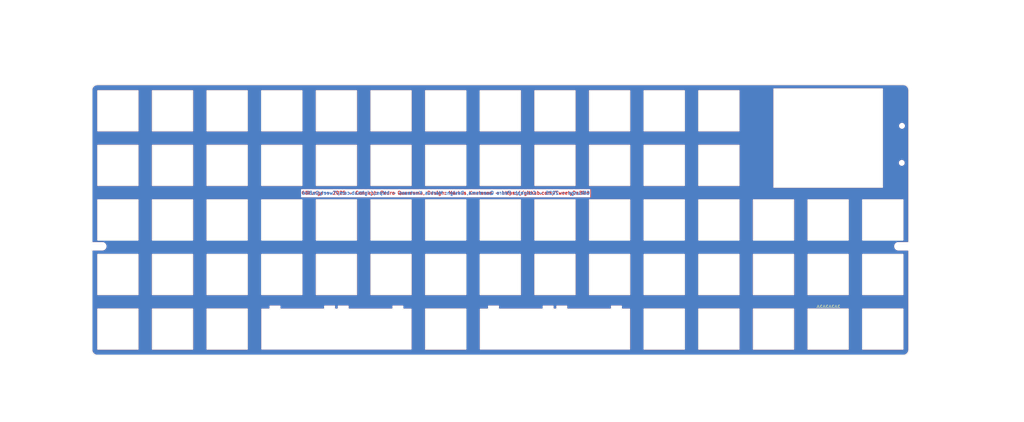
<source format=kicad_pcb>
(kicad_pcb (version 20241229) (generator "pcbnew") (generator_version "9.0")
  (title_block (title "Gökunge - Plate") (date "2025-06-26") (rev "v1.00") (company "Tweety's Wild Thinking") (comment 1 "Markus Knutsson <markus.knutsson@tweety.se>") (comment 2 "https://github.com/TweetyDaBird") (comment 3 "Licensed under Creative Commons Attribution-ShareAlike 4.0 International"))
  (layers (0 "F.Cu" signal) (2 "B.Cu" signal) (13 "F.Paste" user) (15 "B.Paste" user) (5 "F.SilkS" user "F.Silkscreen") (7 "B.SilkS" user "B.Silkscreen") (1 "F.Mask" user) (3 "B.Mask" user) (25 "Edge.Cuts" user))
  (net 0 "")
  (net 1 "Earth_Protective")
  (footprint "Keyboard_Plate:SW_MX_Plate_Placeholder_nodrill_NOBORDER_13,9" (layer "F.Cu") (at 204.768 76.194)
    (property "Reference" "SW9" (hide yes))
    (property "Value" "SW_MX_HotSwap" (hide yes))
    (fp_line (start -6.95 -6.95) (end -6.95 6.95) (stroke (width 0.1)) (layer "Edge.Cuts"))
    (fp_line (start -6.95 6.95) (end 6.95 6.95) (stroke (width 0.1)) (layer "Edge.Cuts"))
    (fp_line (start 6.95 -6.95) (end -6.95 -6.95) (stroke (width 0.1)) (layer "Edge.Cuts"))
    (fp_line (start 6.95 6.95) (end 6.95 -6.95) (stroke (width 0.1)) (layer "Edge.Cuts"))
  )
  (footprint "Keyboard_Plate:SW_MX_Plate_Placeholder_nodrill_NOBORDER_13,9" (layer "F.Cu") (at 166.668 76.194)
    (property "Reference" "SW7" (hide yes))
    (property "Value" "SW_MX_HotSwap" (hide yes))
    (fp_line (start -6.95 -6.95) (end -6.95 6.95) (stroke (width 0.1)) (layer "Edge.Cuts"))
    (fp_line (start -6.95 6.95) (end 6.95 6.95) (stroke (width 0.1)) (layer "Edge.Cuts"))
    (fp_line (start 6.95 -6.95) (end -6.95 -6.95) (stroke (width 0.1)) (layer "Edge.Cuts"))
    (fp_line (start 6.95 6.95) (end 6.95 -6.95) (stroke (width 0.1)) (layer "Edge.Cuts"))
  )
  (footprint "Keyboard_Plate:SW_MX_Plate_Placeholder_nodrill_NOBORDER_13,9" (layer "F.Cu") (at 52.368 95.244)
    (property "Reference" "SW13" (hide yes))
    (property "Value" "SW_MX_HotSwap" (hide yes))
    (fp_line (start -6.95 -6.95) (end -6.95 6.95) (stroke (width 0.1)) (layer "Edge.Cuts"))
    (fp_line (start -6.95 6.95) (end 6.95 6.95) (stroke (width 0.1)) (layer "Edge.Cuts"))
    (fp_line (start 6.95 -6.95) (end -6.95 -6.95) (stroke (width 0.1)) (layer "Edge.Cuts"))
    (fp_line (start 6.95 6.95) (end 6.95 -6.95) (stroke (width 0.1)) (layer "Edge.Cuts"))
  )
  (footprint "Keyboard_Plate:SW_MX_Plate_Placeholder_nodrill_NOBORDER_13,9" (layer "F.Cu") (at 242.868 114.294)
    (property "Reference" "SW35" (hide yes))
    (property "Value" "SW_MX_HotSwap" (hide yes))
    (fp_line (start -6.95 -6.95) (end -6.95 6.95) (stroke (width 0.1)) (layer "Edge.Cuts"))
    (fp_line (start -6.95 6.95) (end 6.95 6.95) (stroke (width 0.1)) (layer "Edge.Cuts"))
    (fp_line (start 6.95 -6.95) (end -6.95 -6.95) (stroke (width 0.1)) (layer "Edge.Cuts"))
    (fp_line (start 6.95 6.95) (end 6.95 -6.95) (stroke (width 0.1)) (layer "Edge.Cuts"))
  )
  (footprint "Keyboard_Plate:SW_MX_Plate_Placeholder_nodrill_NOBORDER_13,9" (layer "F.Cu") (at 300.018 152.394)
    (property "Reference" "SW68" (hide yes))
    (property "Value" "SW_MX_HotSwap" (hide yes))
    (fp_line (start -6.95 -6.95) (end -6.95 6.95) (stroke (width 0.1)) (layer "Edge.Cuts"))
    (fp_line (start -6.95 6.95) (end 6.95 6.95) (stroke (width 0.1)) (layer "Edge.Cuts"))
    (fp_line (start 6.95 -6.95) (end -6.95 -6.95) (stroke (width 0.1)) (layer "Edge.Cuts"))
    (fp_line (start 6.95 6.95) (end 6.95 -6.95) (stroke (width 0.1)) (layer "Edge.Cuts"))
  )
  (footprint "Keyboard_Plate:SW_MX_Plate_Placeholder_nodrill_NOBORDER_13,9" (layer "F.Cu") (at 52.368 152.394)
    (property "Reference" "SW55" (hide yes))
    (property "Value" "SW_MX_HotSwap" (hide yes))
    (fp_line (start -6.95 -6.95) (end -6.95 6.95) (stroke (width 0.1)) (layer "Edge.Cuts"))
    (fp_line (start -6.95 6.95) (end 6.95 6.95) (stroke (width 0.1)) (layer "Edge.Cuts"))
    (fp_line (start 6.95 -6.95) (end -6.95 -6.95) (stroke (width 0.1)) (layer "Edge.Cuts"))
    (fp_line (start 6.95 6.95) (end 6.95 -6.95) (stroke (width 0.1)) (layer "Edge.Cuts"))
  )
  (footprint "Keyboard_Plate:SW_MX_Plate_Placeholder_nodrill_NOBORDER_13,9" (layer "F.Cu") (at 204.768 95.244)
    (property "Reference" "SW21" (hide yes))
    (property "Value" "SW_MX_HotSwap" (hide yes))
    (fp_line (start -6.95 -6.95) (end -6.95 6.95) (stroke (width 0.1)) (layer "Edge.Cuts"))
    (fp_line (start -6.95 6.95) (end 6.95 6.95) (stroke (width 0.1)) (layer "Edge.Cuts"))
    (fp_line (start 6.95 -6.95) (end -6.95 -6.95) (stroke (width 0.1)) (layer "Edge.Cuts"))
    (fp_line (start 6.95 6.95) (end 6.95 -6.95) (stroke (width 0.1)) (layer "Edge.Cuts"))
  )
  (footprint "Keyboard_Plate:SW_MX_Plate_Placeholder_nodrill_NOBORDER_13,9" (layer "F.Cu") (at 261.918 95.244)
    (property "Reference" "SW24" (hide yes))
    (property "Value" "SW_MX_HotSwap" (hide yes))
    (fp_line (start -6.95 -6.95) (end -6.95 6.95) (stroke (width 0.1)) (layer "Edge.Cuts"))
    (fp_line (start -6.95 6.95) (end 6.95 6.95) (stroke (width 0.1)) (layer "Edge.Cuts"))
    (fp_line (start 6.95 -6.95) (end -6.95 -6.95) (stroke (width 0.1)) (layer "Edge.Cuts"))
    (fp_line (start 6.95 6.95) (end 6.95 -6.95) (stroke (width 0.1)) (layer "Edge.Cuts"))
  )
  (footprint "Keyboard_Plate:PKRHSL" (layer "F.Cu") (at 326.762514 123.495214)
    (property "Reference" "H2" (hide yes))
    (property "Value" "VAL**" (hide yes))
    (pad "" np_thru_hole oval (at 0 0) (size 7.00024 2.49936) (drill oval 7.00024 2.49936) (layers "*.Cu" "*.Mask"))
  )
  (footprint "Keyboard_Plate:SW_MX_Plate_Placeholder_nodrill_NOBORDER_13,9" (layer "F.Cu") (at 71.418 95.244)
    (property "Reference" "SW14" (hide yes))
    (property "Value" "SW_MX_HotSwap" (hide yes))
    (fp_line (start -6.95 -6.95) (end -6.95 6.95) (stroke (width 0.1)) (layer "Edge.Cuts"))
    (fp_line (start -6.95 6.95) (end 6.95 6.95) (stroke (width 0.1)) (layer "Edge.Cuts"))
    (fp_line (start 6.95 -6.95) (end -6.95 -6.95) (stroke (width 0.1)) (layer "Edge.Cuts"))
    (fp_line (start 6.95 6.95) (end 6.95 -6.95) (stroke (width 0.1)) (layer "Edge.Cuts"))
  )
  (footprint "Keyboard_Plate:SW_MX_Plate_Placeholder_nodrill_NOBORDER_13,9" (layer "F.Cu") (at 147.618 133.344)
    (property "Reference" "SW45" (hide yes))
    (property "Value" "SW_MX_HotSwap" (hide yes))
    (fp_line (start -6.95 -6.95) (end -6.95 6.95) (stroke (width 0.1)) (layer "Edge.Cuts"))
    (fp_line (start -6.95 6.95) (end 6.95 6.95) (stroke (width 0.1)) (layer "Edge.Cuts"))
    (fp_line (start 6.95 -6.95) (end -6.95 -6.95) (stroke (width 0.1)) (layer "Edge.Cuts"))
    (fp_line (start 6.95 6.95) (end 6.95 -6.95) (stroke (width 0.1)) (layer "Edge.Cuts"))
  )
  (footprint "Keyboard_Plate:SW_MX_Plate_Placeholder_nodrill_NOBORDER_13,9" (layer "F.Cu") (at 71.418 133.344)
    (property "Reference" "SW41" (hide yes))
    (property "Value" "SW_MX_HotSwap" (hide yes))
    (fp_line (start -6.95 -6.95) (end -6.95 6.95) (stroke (width 0.1)) (layer "Edge.Cuts"))
    (fp_line (start -6.95 6.95) (end 6.95 6.95) (stroke (width 0.1)) (layer "Edge.Cuts"))
    (fp_line (start 6.95 -6.95) (end -6.95 -6.95) (stroke (width 0.1)) (layer "Edge.Cuts"))
    (fp_line (start 6.95 6.95) (end 6.95 -6.95) (stroke (width 0.1)) (layer "Edge.Cuts"))
  )
  (footprint "Keyboard_Plate:SW_MX_Plate_Placeholder_nodrill_NOBORDER_13,9" (layer "F.Cu") (at 223.818 76.194)
    (property "Reference" "SW10" (hide yes))
    (property "Value" "SW_MX_HotSwap" (hide yes))
    (fp_line (start -6.95 -6.95) (end -6.95 6.95) (stroke (width 0.1)) (layer "Edge.Cuts"))
    (fp_line (start -6.95 6.95) (end 6.95 6.95) (stroke (width 0.1)) (layer "Edge.Cuts"))
    (fp_line (start 6.95 -6.95) (end -6.95 -6.95) (stroke (width 0.1)) (layer "Edge.Cuts"))
    (fp_line (start 6.95 6.95) (end 6.95 -6.95) (stroke (width 0.1)) (layer "Edge.Cuts"))
  )
  (footprint "Keyboard_Plate:SW_MX_Plate_Placeholder_nodrill_NOBORDER_13,9" (layer "F.Cu") (at 71.418 152.394)
    (property "Reference" "SW56" (hide yes))
    (property "Value" "SW_MX_HotSwap" (hide yes))
    (fp_line (start -6.95 -6.95) (end -6.95 6.95) (stroke (width 0.1)) (layer "Edge.Cuts"))
    (fp_line (start -6.95 6.95) (end 6.95 6.95) (stroke (width 0.1)) (layer "Edge.Cuts"))
    (fp_line (start 6.95 -6.95) (end -6.95 -6.95) (stroke (width 0.1)) (layer "Edge.Cuts"))
    (fp_line (start 6.95 6.95) (end 6.95 -6.95) (stroke (width 0.1)) (layer "Edge.Cuts"))
  )
  (footprint "Keyboard_Plate:SW_MX_Plate_Placeholder_nodrill_NOBORDER_13,9" (layer "F.Cu") (at 280.968 152.394)
    (property "Reference" "SW67" (hide yes))
    (property "Value" "SW_MX_HotSwap" (hide yes))
    (fp_line (start -6.95 -6.95) (end -6.95 6.95) (stroke (width 0.1)) (layer "Edge.Cuts"))
    (fp_line (start -6.95 6.95) (end 6.95 6.95) (stroke (width 0.1)) (layer "Edge.Cuts"))
    (fp_line (start 6.95 -6.95) (end -6.95 -6.95) (stroke (width 0.1)) (layer "Edge.Cuts"))
    (fp_line (start 6.95 6.95) (end 6.95 -6.95) (stroke (width 0.1)) (layer "Edge.Cuts"))
  )
  (footprint "Keyboard_Plate:SW_MX_Plate_Placeholder_nodrill_NOBORDER_13,9" (layer "F.Cu") (at 185.718 133.344)
    (property "Reference" "SW47" (hide yes))
    (property "Value" "SW_MX_HotSwap" (hide yes))
    (fp_line (start -6.95 -6.95) (end -6.95 6.95) (stroke (width 0.1)) (layer "Edge.Cuts"))
    (fp_line (start -6.95 6.95) (end 6.95 6.95) (stroke (width 0.1)) (layer "Edge.Cuts"))
    (fp_line (start 6.95 -6.95) (end -6.95 -6.95) (stroke (width 0.1)) (layer "Edge.Cuts"))
    (fp_line (start 6.95 6.95) (end 6.95 -6.95) (stroke (width 0.1)) (layer "Edge.Cuts"))
  )
  (footprint "Keyboard_Plate:SW_MX_Plate_Placeholder_nodrill_NOBORDER_13,9" (layer "F.Cu") (at 90.468 114.294)
    (property "Reference" "SW27" (hide yes))
    (property "Value" "SW_MX_HotSwap" (hide yes))
    (fp_line (start -6.95 -6.95) (end -6.95 6.95) (stroke (width 0.1)) (layer "Edge.Cuts"))
    (fp_line (start -6.95 6.95) (end 6.95 6.95) (stroke (width 0.1)) (layer "Edge.Cuts"))
    (fp_line (start 6.95 -6.95) (end -6.95 -6.95) (stroke (width 0.1)) (layer "Edge.Cuts"))
    (fp_line (start 6.95 6.95) (end 6.95 -6.95) (stroke (width 0.1)) (layer "Edge.Cuts"))
  )
  (footprint "Keyboard_Plate:SW_MX_Plate_Placeholder_nodrill_NOBORDER_13,9" (layer "F.Cu") (at 90.468 76.194)
    (property "Reference" "SW3" (hide yes))
    (property "Value" "SW_MX_HotSwap" (hide yes))
    (fp_line (start -6.95 -6.95) (end -6.95 6.95) (stroke (width 0.1)) (layer "Edge.Cuts"))
    (fp_line (start -6.95 6.95) (end 6.95 6.95) (stroke (width 0.1)) (layer "Edge.Cuts"))
    (fp_line (start 6.95 -6.95) (end -6.95 -6.95) (stroke (width 0.1)) (layer "Edge.Cuts"))
    (fp_line (start 6.95 6.95) (end 6.95 -6.95) (stroke (width 0.1)) (layer "Edge.Cuts"))
  )
  (footprint "Keyboard_Plate:SW_MX_Plate_Placeholder_nodrill_NOBORDER_13,9" (layer "F.Cu") (at 204.768 133.344)
    (property "Reference" "SW48" (hide yes))
    (property "Value" "SW_MX_HotSwap" (hide yes))
    (fp_line (start -6.95 -6.95) (end -6.95 6.95) (stroke (width 0.1)) (layer "Edge.Cuts"))
    (fp_line (start -6.95 6.95) (end 6.95 6.95) (stroke (width 0.1)) (layer "Edge.Cuts"))
    (fp_line (start 6.95 -6.95) (end -6.95 -6.95) (stroke (width 0.1)) (layer "Edge.Cuts"))
    (fp_line (start 6.95 6.95) (end 6.95 -6.95) (stroke (width 0.1)) (layer "Edge.Cuts"))
  )
  (footprint "Keyboard_Plate:SW_MX_Plate_Placeholder_nodrill_NOBORDER_13,9" (layer "F.Cu") (at 147.618 114.294)
    (property "Reference" "SW30" (hide yes))
    (property "Value" "SW_MX_HotSwap" (hide yes))
    (fp_line (start -6.95 -6.95) (end -6.95 6.95) (stroke (width 0.1)) (layer "Edge.Cuts"))
    (fp_line (start -6.95 6.95) (end 6.95 6.95) (stroke (width 0.1)) (layer "Edge.Cuts"))
    (fp_line (start 6.95 -6.95) (end -6.95 -6.95) (stroke (width 0.1)) (layer "Edge.Cuts"))
    (fp_line (start 6.95 6.95) (end 6.95 -6.95) (stroke (width 0.1)) (layer "Edge.Cuts"))
  )
  (footprint "Keyboard_Plate:SW_MX_Plate_Placeholder_nodrill_NOBORDER_13,9" (layer "F.Cu") (at 242.868 76.194)
    (property "Reference" "SW11" (hide yes))
    (property "Value" "SW_MX_HotSwap" (hide yes))
    (fp_line (start -6.95 -6.95) (end -6.95 6.95) (stroke (width 0.1)) (layer "Edge.Cuts"))
    (fp_line (start -6.95 6.95) (end 6.95 6.95) (stroke (width 0.1)) (layer "Edge.Cuts"))
    (fp_line (start 6.95 -6.95) (end -6.95 -6.95) (stroke (width 0.1)) (layer "Edge.Cuts"))
    (fp_line (start 6.95 6.95) (end 6.95 -6.95) (stroke (width 0.1)) (layer "Edge.Cuts"))
  )
  (footprint "Keyboard_Plate:SW_MX_Plate_Placeholder_nodrill_NOBORDER_13,9" (layer "F.Cu") (at 223.818 114.294)
    (property "Reference" "SW34" (hide yes))
    (property "Value" "SW_MX_HotSwap" (hide yes))
    (fp_line (start -6.95 -6.95) (end -6.95 6.95) (stroke (width 0.1)) (layer "Edge.Cuts"))
    (fp_line (start -6.95 6.95) (end 6.95 6.95) (stroke (width 0.1)) (layer "Edge.Cuts"))
    (fp_line (start 6.95 -6.95) (end -6.95 -6.95) (stroke (width 0.1)) (layer "Edge.Cuts"))
    (fp_line (start 6.95 6.95) (end 6.95 -6.95) (stroke (width 0.1)) (layer "Edge.Cuts"))
  )
  (footprint "Keyboard_Plate:SW_MX_Plate_Placeholder_nodrill_NOBORDER_13,9" (layer "F.Cu") (at 52.368 114.294)
    (property "Reference" "SW25" (hide yes))
    (property "Value" "SW_MX_HotSwap" (hide yes))
    (fp_line (start -6.95 -6.95) (end -6.95 6.95) (stroke (width 0.1)) (layer "Edge.Cuts"))
    (fp_line (start -6.95 6.95) (end 6.95 6.95) (stroke (width 0.1)) (layer "Edge.Cuts"))
    (fp_line (start 6.95 -6.95) (end -6.95 -6.95) (stroke (width 0.1)) (layer "Edge.Cuts"))
    (fp_line (start 6.95 6.95) (end 6.95 -6.95) (stroke (width 0.1)) (layer "Edge.Cuts"))
  )
  (footprint "Keyboard_Plate:SW_MX_Plate_Placeholder_nodrill_NOBORDER_13,9" (layer "F.Cu") (at 319.068 152.394)
    (property "Reference" "SW69" (hide yes))
    (property "Value" "SW_MX_HotSwap" (hide yes))
    (fp_line (start -6.95 -6.95) (end -6.95 6.95) (stroke (width 0.1)) (layer "Edge.Cuts"))
    (fp_line (start -6.95 6.95) (end 6.95 6.95) (stroke (width 0.1)) (layer "Edge.Cuts"))
    (fp_line (start 6.95 -6.95) (end -6.95 -6.95) (stroke (width 0.1)) (layer "Edge.Cuts"))
    (fp_line (start 6.95 6.95) (end 6.95 -6.95) (stroke (width 0.1)) (layer "Edge.Cuts"))
  )
  (footprint "Keyboard_Plate:SW_MX_Plate_Placeholder_nodrill_NOBORDER_13,9" (layer "F.Cu") (at 109.518 133.344)
    (property "Reference" "SW43" (hide yes))
    (property "Value" "SW_MX_HotSwap" (hide yes))
    (fp_line (start -6.95 -6.95) (end -6.95 6.95) (stroke (width 0.1)) (layer "Edge.Cuts"))
    (fp_line (start -6.95 6.95) (end 6.95 6.95) (stroke (width 0.1)) (layer "Edge.Cuts"))
    (fp_line (start 6.95 -6.95) (end -6.95 -6.95) (stroke (width 0.1)) (layer "Edge.Cuts"))
    (fp_line (start 6.95 6.95) (end 6.95 -6.95) (stroke (width 0.1)) (layer "Edge.Cuts"))
  )
  (footprint "Keyboard_Plate:SW_MX_Plate_Placeholder_nodrill_NOBORDER_13,9" (layer "F.Cu") (at 166.668 133.344)
    (property "Reference" "SW46" (hide yes))
    (property "Value" "SW_MX_HotSwap" (hide yes))
    (fp_line (start -6.95 -6.95) (end -6.95 6.95) (stroke (width 0.1)) (layer "Edge.Cuts"))
    (fp_line (start -6.95 6.95) (end 6.95 6.95) (stroke (width 0.1)) (layer "Edge.Cuts"))
    (fp_line (start 6.95 -6.95) (end -6.95 -6.95) (stroke (width 0.1)) (layer "Edge.Cuts"))
    (fp_line (start 6.95 6.95) (end 6.95 -6.95) (stroke (width 0.1)) (layer "Edge.Cuts"))
  )
  (footprint "Keyboard_Plate:SW_MX_Plate_Placeholder_nodrill_NOBORDER_13,9" (layer "F.Cu") (at 90.468 152.394)
    (property "Reference" "SW57" (hide yes))
    (property "Value" "SW_MX_HotSwap" (hide yes))
    (fp_line (start -6.95 -6.95) (end -6.95 6.95) (stroke (width 0.1)) (layer "Edge.Cuts"))
    (fp_line (start -6.95 6.95) (end 6.95 6.95) (stroke (width 0.1)) (layer "Edge.Cuts"))
    (fp_line (start 6.95 -6.95) (end -6.95 -6.95) (stroke (width 0.1)) (layer "Edge.Cuts"))
    (fp_line (start 6.95 6.95) (end 6.95 -6.95) (stroke (width 0.1)) (layer "Edge.Cuts"))
  )
  (footprint "Keyboard_Plate:SW_MX_Plate_Placeholder_nodrill_NOBORDER_13,9" (layer "F.Cu") (at 319.068 133.344)
    (property "Reference" "SW54" (hide yes))
    (property "Value" "SW_MX_HotSwap" (hide yes))
    (fp_line (start -6.95 -6.95) (end -6.95 6.95) (stroke (width 0.1)) (layer "Edge.Cuts"))
    (fp_line (start -6.95 6.95) (end 6.95 6.95) (stroke (width 0.1)) (layer "Edge.Cuts"))
    (fp_line (start 6.95 -6.95) (end -6.95 -6.95) (stroke (width 0.1)) (layer "Edge.Cuts"))
    (fp_line (start 6.95 6.95) (end 6.95 -6.95) (stroke (width 0.1)) (layer "Edge.Cuts"))
  )
  (footprint "Keyboard_Plate:SW_MX_Plate_Placeholder_nodrill_NOBORDER_13,9" (layer "F.Cu") (at 128.568 95.244)
    (property "Reference" "SW17" (hide yes))
    (property "Value" "SW_MX_HotSwap" (hide yes))
    (fp_line (start -6.95 -6.95) (end -6.95 6.95) (stroke (width 0.1)) (layer "Edge.Cuts"))
    (fp_line (start -6.95 6.95) (end 6.95 6.95) (stroke (width 0.1)) (layer "Edge.Cuts"))
    (fp_line (start 6.95 -6.95) (end -6.95 -6.95) (stroke (width 0.1)) (layer "Edge.Cuts"))
    (fp_line (start 6.95 6.95) (end 6.95 -6.95) (stroke (width 0.1)) (layer "Edge.Cuts"))
  )
  (footprint "Keyboard_Plate:SW_MX_Plate_Placeholder_nodrill_NOBORDER_13,9" (layer "F.Cu") (at 71.418 114.294)
    (property "Reference" "SW26" (hide yes))
    (property "Value" "SW_MX_HotSwap" (hide yes))
    (fp_line (start -6.95 -6.95) (end -6.95 6.95) (stroke (width 0.1)) (layer "Edge.Cuts"))
    (fp_line (start -6.95 6.95) (end 6.95 6.95) (stroke (width 0.1)) (layer "Edge.Cuts"))
    (fp_line (start 6.95 -6.95) (end -6.95 -6.95) (stroke (width 0.1)) (layer "Edge.Cuts"))
    (fp_line (start 6.95 6.95) (end 6.95 -6.95) (stroke (width 0.1)) (layer "Edge.Cuts"))
  )
  (footprint "Keyboard_Plate:SW_MX_Plate_Placeholder_nodrill_NOBORDER_13,9" (layer "F.Cu") (at 166.668 114.294)
    (property "Reference" "SW31" (hide yes))
    (property "Value" "SW_MX_HotSwap" (hide yes))
    (fp_line (start -6.95 -6.95) (end -6.95 6.95) (stroke (width 0.1)) (layer "Edge.Cuts"))
    (fp_line (start -6.95 6.95) (end 6.95 6.95) (stroke (width 0.1)) (layer "Edge.Cuts"))
    (fp_line (start 6.95 -6.95) (end -6.95 -6.95) (stroke (width 0.1)) (layer "Edge.Cuts"))
    (fp_line (start 6.95 6.95) (end 6.95 -6.95) (stroke (width 0.1)) (layer "Edge.Cuts"))
  )
  (footprint "Keyboard_Plate:SW_MX_Plate_Placeholder_nodrill_NOBORDER_13,9" (layer "F.Cu") (at 90.468 133.344)
    (property "Reference" "SW42" (hide yes))
    (property "Value" "SW_MX_HotSwap" (hide yes))
    (fp_line (start -6.95 -6.95) (end -6.95 6.95) (stroke (width 0.1)) (layer "Edge.Cuts"))
    (fp_line (start -6.95 6.95) (end 6.95 6.95) (stroke (width 0.1)) (layer "Edge.Cuts"))
    (fp_line (start 6.95 -6.95) (end -6.95 -6.95) (stroke (width 0.1)) (layer "Edge.Cuts"))
    (fp_line (start 6.95 6.95) (end 6.95 -6.95) (stroke (width 0.1)) (layer "Edge.Cuts"))
  )
  (footprint "Keyboard_Plate:SW_MX_Plate_Placeholder_nodrill_NOBORDER_13,9" (layer "F.Cu") (at 52.368 76.194 180)
    (property "Reference" "SW1" (hide yes))
    (property "Value" "Rotary_Encoder_Click_experiment" (hide yes))
    (fp_line (start 6.95 6.95) (end 6.95 -6.95) (stroke (width 0.1)) (layer "Edge.Cuts"))
    (fp_line (start 6.95 -6.95) (end -6.95 -6.95) (stroke (width 0.1)) (layer "Edge.Cuts"))
    (fp_line (start -6.95 6.95) (end 6.95 6.95) (stroke (width 0.1)) (layer "Edge.Cuts"))
    (fp_line (start -6.95 -6.95) (end -6.95 6.95) (stroke (width 0.1)) (layer "Edge.Cuts"))
  )
  (footprint "Keyboard_Plate:SW_MX_Plate_Placeholder_nodrill_NOBORDER_13,9" (layer "F.Cu") (at 242.868 95.244)
    (property "Reference" "SW23" (hide yes))
    (property "Value" "SW_MX_HotSwap" (hide yes))
    (fp_line (start -6.95 -6.95) (end -6.95 6.95) (stroke (width 0.1)) (layer "Edge.Cuts"))
    (fp_line (start -6.95 6.95) (end 6.95 6.95) (stroke (width 0.1)) (layer "Edge.Cuts"))
    (fp_line (start 6.95 -6.95) (end -6.95 -6.95) (stroke (width 0.1)) (layer "Edge.Cuts"))
    (fp_line (start 6.95 6.95) (end 6.95 -6.95) (stroke (width 0.1)) (layer "Edge.Cuts"))
  )
  (footprint "Keyboard_Plate:PKRHSL" (layer "F.Cu") (at 44.680214 123.495214)
    (property "Reference" "H1" (hide yes))
    (property "Value" "VAL**" (hide yes))
    (pad "" np_thru_hole oval (at 0 0) (size 7.00024 2.49936) (drill oval 7.00024 2.49936) (layers "*.Cu" "*.Mask"))
  )
  (footprint "Keyboard_Plate:SW_MX_Plate_Placeholder_nodrill_NOBORDER_13,9" (layer "F.Cu") (at 128.568 76.194)
    (property "Reference" "SW5" (hide yes))
    (property "Value" "SW_MX_HotSwap" (hide yes))
    (fp_line (start -6.95 -6.95) (end -6.95 6.95) (stroke (width 0.1)) (layer "Edge.Cuts"))
    (fp_line (start -6.95 6.95) (end 6.95 6.95) (stroke (width 0.1)) (layer "Edge.Cuts"))
    (fp_line (start 6.95 -6.95) (end -6.95 -6.95) (stroke (width 0.1)) (layer "Edge.Cuts"))
    (fp_line (start 6.95 6.95) (end 6.95 -6.95) (stroke (width 0.1)) (layer "Edge.Cuts"))
  )
  (footprint "Keyboard_Plate:SW_MX_Plate_Placeholder_nodrill_NOBORDER_13,9" (layer "F.Cu") (at 204.768 114.294)
    (property "Reference" "SW33" (hide yes))
    (property "Value" "SW_MX_HotSwap" (hide yes))
    (fp_line (start -6.95 -6.95) (end -6.95 6.95) (stroke (width 0.1)) (layer "Edge.Cuts"))
    (fp_line (start -6.95 6.95) (end 6.95 6.95) (stroke (width 0.1)) (layer "Edge.Cuts"))
    (fp_line (start 6.95 -6.95) (end -6.95 -6.95) (stroke (width 0.1)) (layer "Edge.Cuts"))
    (fp_line (start 6.95 6.95) (end 6.95 -6.95) (stroke (width 0.1)) (layer "Edge.Cuts"))
  )
  (footprint "Keyboard_Plate:SW_MX_Plate_Placeholder_nodrill_NOBORDER_13,9" (layer "F.Cu") (at 166.668 152.394)
    (property "Reference" "SW61" (hide yes))
    (property "Value" "SW_MX_HotSwap" (hide yes))
    (fp_line (start -6.95 -6.95) (end -6.95 6.95) (stroke (width 0.1)) (layer "Edge.Cuts"))
    (fp_line (start -6.95 6.95) (end 6.95 6.95) (stroke (width 0.1)) (layer "Edge.Cuts"))
    (fp_line (start 6.95 -6.95) (end -6.95 -6.95) (stroke (width 0.1)) (layer "Edge.Cuts"))
    (fp_line (start 6.95 6.95) (end 6.95 -6.95) (stroke (width 0.1)) (layer "Edge.Cuts"))
  )
  (footprint "Keyboard_Plate:SW_MX_Plate_Placeholder_nodrill_NOBORDER_13,9" (layer "F.Cu") (at 147.618 95.244)
    (property "Reference" "SW18" (hide yes))
    (property "Value" "SW_MX_HotSwap" (hide yes))
    (fp_line (start -6.95 -6.95) (end -6.95 6.95) (stroke (width 0.1)) (layer "Edge.Cuts"))
    (fp_line (start -6.95 6.95) (end 6.95 6.95) (stroke (width 0.1)) (layer "Edge.Cuts"))
    (fp_line (start 6.95 -6.95) (end -6.95 -6.95) (stroke (width 0.1)) (layer "Edge.Cuts"))
    (fp_line (start 6.95 6.95) (end 6.95 -6.95) (stroke (width 0.1)) (layer "Edge.Cuts"))
  )
  (footprint "Keyboard_Plate:SW_MX_Plate_Placeholder_nodrill_NOBORDER_13,9" (layer "F.Cu") (at 242.868 133.344)
    (property "Reference" "SW50" (hide yes))
    (property "Value" "SW_MX_HotSwap" (hide yes))
    (fp_line (start -6.95 -6.95) (end -6.95 6.95) (stroke (width 0.1)) (layer "Edge.Cuts"))
    (fp_line (start -6.95 6.95) (end 6.95 6.95) (stroke (width 0.1)) (layer "Edge.Cuts"))
    (fp_line (start 6.95 -6.95) (end -6.95 -6.95) (stroke (width 0.1)) (layer "Edge.Cuts"))
    (fp_line (start 6.95 6.95) (end 6.95 -6.95) (stroke (width 0.1)) (layer "Edge.Cuts"))
  )
  (footprint "Keyboard_Plate:SW_MX_Plate_Placeholder_nodrill_NOBORDER_13,9" (layer "F.Cu") (at 71.418 76.194 180)
    (property "Reference" "SW2" (hide yes))
    (property "Value" "SW_MX_HotSwap" (hide yes))
    (fp_line (start 6.95 6.95) (end 6.95 -6.95) (stroke (width 0.1)) (layer "Edge.Cuts"))
    (fp_line (start 6.95 -6.95) (end -6.95 -6.95) (stroke (width 0.1)) (layer "Edge.Cuts"))
    (fp_line (start -6.95 6.95) (end 6.95 6.95) (stroke (width 0.1)) (layer "Edge.Cuts"))
    (fp_line (start -6.95 -6.95) (end -6.95 6.95) (stroke (width 0.1)) (layer "Edge.Cuts"))
  )
  (footprint "Keyboard_Plate:SW_MX_Plate_Placeholder_nodrill_NOBORDER_13,9" (layer "F.Cu") (at 300.018 133.344)
    (property "Reference" "SW53" (hide yes))
    (property "Value" "SW_MX_HotSwap" (hide yes))
    (fp_line (start -6.95 -6.95) (end -6.95 6.95) (stroke (width 0.1)) (layer "Edge.Cuts"))
    (fp_line (start -6.95 6.95) (end 6.95 6.95) (stroke (width 0.1)) (layer "Edge.Cuts"))
    (fp_line (start 6.95 -6.95) (end -6.95 -6.95) (stroke (width 0.1)) (layer "Edge.Cuts"))
    (fp_line (start 6.95 6.95) (end 6.95 -6.95) (stroke (width 0.1)) (layer "Edge.Cuts"))
  )
  (footprint "Keyboard_Plate:SW_MX_Plate_Placeholder_nodrill_NOBORDER_13,9" (layer "F.Cu") (at 109.518 114.294)
    (property "Reference" "SW28" (hide yes))
    (property "Value" "SW_MX_HotSwap" (hide yes))
    (fp_line (start -6.95 -6.95) (end -6.95 6.95) (stroke (width 0.1)) (layer "Edge.Cuts"))
    (fp_line (start -6.95 6.95) (end 6.95 6.95) (stroke (width 0.1)) (layer "Edge.Cuts"))
    (fp_line (start 6.95 -6.95) (end -6.95 -6.95) (stroke (width 0.1)) (layer "Edge.Cuts"))
    (fp_line (start 6.95 6.95) (end 6.95 -6.95) (stroke (width 0.1)) (layer "Edge.Cuts"))
  )
  (footprint "Keyboard_Plate:SW_MX_Plate_Placeholder_nodrill_NOBORDER_13,9" (layer "F.Cu") (at 185.718 114.294)
    (property "Reference" "SW32" (hide yes))
    (property "Value" "SW_MX_HotSwap" (hide yes))
    (fp_line (start -6.95 -6.95) (end -6.95 6.95) (stroke (width 0.1)) (layer "Edge.Cuts"))
    (fp_line (start -6.95 6.95) (end 6.95 6.95) (stroke (width 0.1)) (layer "Edge.Cuts"))
    (fp_line (start 6.95 -6.95) (end -6.95 -6.95) (stroke (width 0.1)) (layer "Edge.Cuts"))
    (fp_line (start 6.95 6.95) (end 6.95 -6.95) (stroke (width 0.1)) (layer "Edge.Cuts"))
  )
  (footprint "Keyboard_Plate:SW_MX_Plate_Placeholder_nodrill_NOBORDER_13,9" (layer "F.Cu") (at 128.568 133.344)
    (property "Reference" "SW44" (hide yes))
    (property "Value" "SW_MX_HotSwap" (hide yes))
    (fp_line (start -6.95 -6.95) (end -6.95 6.95) (stroke (width 0.1)) (layer "Edge.Cuts"))
    (fp_line (start -6.95 6.95) (end 6.95 6.95) (stroke (width 0.1)) (layer "Edge.Cuts"))
    (fp_line (start 6.95 -6.95) (end -6.95 -6.95) (stroke (width 0.1)) (layer "Edge.Cuts"))
    (fp_line (start 6.95 6.95) (end 6.95 -6.95) (stroke (width 0.1)) (layer "Edge.Cuts"))
  )
  (footprint "Keyboard_Plate:SW_MX_Plate_Placeholder_nodrill_NOBORDER_13,9" (layer "F.Cu") (at 52.368 133.344)
    (property "Reference" "SW40" (hide yes))
    (property "Value" "SW_MX_HotSwap" (hide yes))
    (fp_line (start -6.95 -6.95) (end -6.95 6.95) (stroke (width 0.1)) (layer "Edge.Cuts"))
    (fp_line (start -6.95 6.95) (end 6.95 6.95) (stroke (width 0.1)) (layer "Edge.Cuts"))
    (fp_line (start 6.95 -6.95) (end -6.95 -6.95) (stroke (width 0.1)) (layer "Edge.Cuts"))
    (fp_line (start 6.95 6.95) (end 6.95 -6.95) (stroke (width 0.1)) (layer "Edge.Cuts"))
  )
  (footprint "Keyboard_Plate:SW_MX_Plate_Placeholder_nodrill_NOBORDER_13,9" (layer "F.Cu") (at 90.468 95.244)
    (property "Reference" "SW15" (hide yes))
    (property "Value" "SW_MX_HotSwap" (hide yes))
    (fp_line (start -6.95 -6.95) (end -6.95 6.95) (stroke (width 0.1)) (layer "Edge.Cuts"))
    (fp_line (start -6.95 6.95) (end 6.95 6.95) (stroke (width 0.1)) (layer "Edge.Cuts"))
    (fp_line (start 6.95 -6.95) (end -6.95 -6.95) (stroke (width 0.1)) (layer "Edge.Cuts"))
    (fp_line (start 6.95 6.95) (end 6.95 -6.95) (stroke (width 0.1)) (layer "Edge.Cuts"))
  )
  (footprint "Keyboard_Plate:SW_MX_Plate_Placeholder_nodrill_NOBORDER_13,9" (layer "F.Cu") (at 147.618 76.194)
    (property "Reference" "SW6" (hide yes))
    (property "Value" "SW_MX_HotSwap" (hide yes))
    (fp_line (start -6.95 -6.95) (end -6.95 6.95) (stroke (width 0.1)) (layer "Edge.Cuts"))
    (fp_line (start -6.95 6.95) (end 6.95 6.95) (stroke (width 0.1)) (layer "Edge.Cuts"))
    (fp_line (start 6.95 -6.95) (end -6.95 -6.95) (stroke (width 0.1)) (layer "Edge.Cuts"))
    (fp_line (start 6.95 6.95) (end 6.95 -6.95) (stroke (width 0.1)) (layer "Edge.Cuts"))
  )
  (footprint "Keyboard_Plate:SW_MX_Plate_Placeholder_nodrill_NOBORDER_13,9" (layer "F.Cu") (at 300.018 114.294)
    (property "Reference" "SW38" (hide yes))
    (property "Value" "Rotary_Encoder_Click_experiment" (hide yes))
    (fp_line (start -6.95 -6.95) (end -6.95 6.95) (stroke (width 0.1)) (layer "Edge.Cuts"))
    (fp_line (start -6.95 6.95) (end 6.95 6.95) (stroke (width 0.1)) (layer "Edge.Cuts"))
    (fp_line (start 6.95 -6.95) (end -6.95 -6.95) (stroke (width 0.1)) (layer "Edge.Cuts"))
    (fp_line (start 6.95 6.95) (end 6.95 -6.95) (stroke (width 0.1)) (layer "Edge.Cuts"))
  )
  (footprint "Keyboard_Plate:Stabilizer_Cherry_MX_2.00u_Plate_3x1u_2x2u" (layer "F.Cu") (at 128.568 152.394 180)
    (property "Reference" "SW59" (hide yes))
    (property "Value" "SW_MX_HotSwap")
    (fp_line (start 25.95 -6.9) (end 25.95 6.9) (stroke (width 0.05)) (layer "Edge.Cuts"))
    (fp_line (start 23.075 7.97) (end 23.075 6.9) (stroke (width 0.05)) (layer "Edge.Cuts"))
    (fp_line (start 23.075 6.9) (end 25.95 6.9) (stroke (width 0.05)) (layer "Edge.Cuts"))
    (fp_line (start 19.775 7.97) (end 23.075 7.97) (stroke (width 0.05)) (layer "Edge.Cuts"))
    (fp_line (start 19.775 7.97) (end 19.775 6.9) (stroke (width 0.05)) (layer "Edge.Cuts"))
    (fp_line (start 4.025 7.97) (end 4.025 6.9) (stroke (width 0.05)) (layer "Edge.Cuts"))
    (fp_line (start 4.025 6.9) (end 19.775 6.9) (stroke (width 0.05)) (layer "Edge.Cuts"))
    (fp_line (start 0.725 7.97) (end 4.025 7.97) (stroke (width 0.05)) (layer "Edge.Cuts"))
    (fp_line (start 0.725 7.97) (end 0.725 6.9) (stroke (width 0.05)) (layer "Edge.Cuts"))
    (fp_line (start -0.725 7.97) (end -0.725 6.9) (stroke (width 0.05)) (layer "Edge.Cuts"))
    (fp_line (start -0.725 7.97) (end -4.025 7.97) (stroke (width 0.05)) (layer "Edge.Cuts"))
    (fp_line (start -0.725 6.9) (end 0.725 6.9) (stroke (width 0.05)) (layer "Edge.Cuts"))
    (fp_line (start -4.025 7.97) (end -4.025 6.9) (stroke (width 0.05)) (layer "Edge.Cuts"))
    (fp_line (start -4.025 6.9) (end -19.775 6.9) (stroke (width 0.05)) (layer "Edge.Cuts"))
    (fp_line (start -19.775 7.97) (end -19.775 6.9) (stroke (width 0.05)) (layer "Edge.Cuts"))
    (fp_line (start -19.775 7.97) (end -23.075 7.97) (stroke (width 0.05)) (layer "Edge.Cuts"))
    (fp_line (start -23.075 7.97) (end -23.075 6.9) (stroke (width 0.05)) (layer "Edge.Cuts"))
    (fp_line (start -23.075 6.9) (end -25.95 6.9) (stroke (width 0.05)) (layer "Edge.Cuts"))
    (fp_line (start -25.95 -6.9) (end 25.95 -6.9) (stroke (width 0.05)) (layer "Edge.Cuts"))
    (fp_line (start -25.95 -6.9) (end -25.95 6.9) (stroke (width 0.05)) (layer "Edge.Cuts"))
  )
  (footprint "Keyboard_Plate:SW_MX_Plate_Placeholder_nodrill_NOBORDER_13,9" (layer "F.Cu") (at 185.718 95.244)
    (property "Reference" "SW20" (hide yes))
    (property "Value" "SW_MX_HotSwap" (hide yes))
    (fp_line (start -6.95 -6.95) (end -6.95 6.95) (stroke (width 0.1)) (layer "Edge.Cuts"))
    (fp_line (start -6.95 6.95) (end 6.95 6.95) (stroke (width 0.1)) (layer "Edge.Cuts"))
    (fp_line (start 6.95 -6.95) (end -6.95 -6.95) (stroke (width 0.1)) (layer "Edge.Cuts"))
    (fp_line (start 6.95 6.95) (end 6.95 -6.95) (stroke (width 0.1)) (layer "Edge.Cuts"))
  )
  (footprint "Keyboard_Plate:SW_MX_Plate_Placeholder_nodrill_NOBORDER_13,9" (layer "F.Cu") (at 242.868 152.394)
    (property "Reference" "SW65" (hide yes))
    (property "Value" "SW_MX_HotSwap" (hide yes))
    (fp_line (start -6.95 -6.95) (end -6.95 6.95) (stroke (width 0.1)) (layer "Edge.Cuts"))
    (fp_line (start -6.95 6.95) (end 6.95 6.95) (stroke (width 0.1)) (layer "Edge.Cuts"))
    (fp_line (start 6.95 -6.95) (end -6.95 -6.95) (stroke (width 0.1)) (layer "Edge.Cuts"))
    (fp_line (start 6.95 6.95) (end 6.95 -6.95) (stroke (width 0.1)) (layer "Edge.Cuts"))
  )
  (footprint "Keyboard_Plate:SW_MX_Plate_Placeholder_nodrill_NOBORDER_13,9" (layer "F.Cu") (at 280.968 114.294)
    (property "Reference" "SW37" (hide yes))
    (property "Value" "Rotary_Encoder_Click_experiment" (hide yes))
    (fp_line (start -6.95 -6.95) (end -6.95 6.95) (stroke (width 0.1)) (layer "Edge.Cuts"))
    (fp_line (start -6.95 6.95) (end 6.95 6.95) (stroke (width 0.1)) (layer "Edge.Cuts"))
    (fp_line (start 6.95 -6.95) (end -6.95 -6.95) (stroke (width 0.1)) (layer "Edge.Cuts"))
    (fp_line (start 6.95 6.95) (end 6.95 -6.95) (stroke (width 0.1)) (layer "Edge.Cuts"))
  )
  (footprint "Keyboard_Plate:Poke Hole 1,6" (layer "F.Cu") (at 325.77 81.445)
    (property "Reference" "H5" (hide yes))
    (property "Value" "MountingHole")
    (pad "" np_thru_hole circle (at 0 0) (size 1.6 1.6) (drill 1.6) (layers "*.Cu" "*.Mask"))
  )
  (footprint "Keyboard_Plate:Stabilizer_Cherry_MX_2.00u_Plate_3x1u_2x2u" (layer "F.Cu") (at 204.768 152.394 180)
    (property "Reference" "SW63" (hide yes))
    (property "Value" "SW_MX_HotSwap")
    (fp_line (start 25.95 -6.9) (end 25.95 6.9) (stroke (width 0.05)) (layer "Edge.Cuts"))
    (fp_line (start 23.075 7.97) (end 23.075 6.9) (stroke (width 0.05)) (layer "Edge.Cuts"))
    (fp_line (start 23.075 6.9) (end 25.95 6.9) (stroke (width 0.05)) (layer "Edge.Cuts"))
    (fp_line (start 19.775 7.97) (end 23.075 7.97) (stroke (width 0.05)) (layer "Edge.Cuts"))
    (fp_line (start 19.775 7.97) (end 19.775 6.9) (stroke (width 0.05)) (layer "Edge.Cuts"))
    (fp_line (start 4.025 7.97) (end 4.025 6.9) (stroke (width 0.05)) (layer "Edge.Cuts"))
    (fp_line (start 4.025 6.9) (end 19.775 6.9) (stroke (width 0.05)) (layer "Edge.Cuts"))
    (fp_line (start 0.725 7.97) (end 4.025 7.97) (stroke (width 0.05)) (layer "Edge.Cuts"))
    (fp_line (start 0.725 7.97) (end 0.725 6.9) (stroke (width 0.05)) (layer "Edge.Cuts"))
    (fp_line (start -0.725 7.97) (end -0.725 6.9) (stroke (width 0.05)) (layer "Edge.Cuts"))
    (fp_line (start -0.725 7.97) (end -4.025 7.97) (stroke (width 0.05)) (layer "Edge.Cuts"))
    (fp_line (start -0.725 6.9) (end 0.725 6.9) (stroke (width 0.05)) (layer "Edge.Cuts"))
    (fp_line (start -4.025 7.97) (end -4.025 6.9) (stroke (width 0.05)) (layer "Edge.Cuts"))
    (fp_line (start -4.025 6.9) (end -19.775 6.9) (stroke (width 0.05)) (layer "Edge.Cuts"))
    (fp_line (start -19.775 7.97) (end -19.775 6.9) (stroke (width 0.05)) (layer "Edge.Cuts"))
    (fp_line (start -19.775 7.97) (end -23.075 7.97) (stroke (width 0.05)) (layer "Edge.Cuts"))
    (fp_line (start -23.075 7.97) (end -23.075 6.9) (stroke (width 0.05)) (layer "Edge.Cuts"))
    (fp_line (start -23.075 6.9) (end -25.95 6.9) (stroke (width 0.05)) (layer "Edge.Cuts"))
    (fp_line (start -25.95 -6.9) (end 25.95 -6.9) (stroke (width 0.05)) (layer "Edge.Cuts"))
    (fp_line (start -25.95 -6.9) (end -25.95 6.9) (stroke (width 0.05)) (layer "Edge.Cuts"))
  )
  (footprint "Keyboard_Plate:SW_MX_Plate_Placeholder_nodrill_NOBORDER_13,9" (layer "F.Cu") (at 280.968 133.344)
    (property "Reference" "SW52" (hide yes))
    (property "Value" "SW_MX_HotSwap" (hide yes))
    (fp_line (start -6.95 -6.95) (end -6.95 6.95) (stroke (width 0.1)) (layer "Edge.Cuts"))
    (fp_line (start -6.95 6.95) (end 6.95 6.95) (stroke (width 0.1)) (layer "Edge.Cuts"))
    (fp_line (start 6.95 -6.95) (end -6.95 -6.95) (stroke (width 0.1)) (layer "Edge.Cuts"))
    (fp_line (start 6.95 6.95) (end 6.95 -6.95) (stroke (width 0.1)) (layer "Edge.Cuts"))
  )
  (footprint "Keyboard_Plate:SW_MX_Plate_Placeholder_nodrill_NOBORDER_13,9" (layer "F.Cu") (at 185.718 76.194)
    (property "Reference" "SW8" (hide yes))
    (property "Value" "SW_MX_HotSwap" (hide yes))
    (fp_line (start -6.95 -6.95) (end -6.95 6.95) (stroke (width 0.1)) (layer "Edge.Cuts"))
    (fp_line (start -6.95 6.95) (end 6.95 6.95) (stroke (width 0.1)) (layer "Edge.Cuts"))
    (fp_line (start 6.95 -6.95) (end -6.95 -6.95) (stroke (width 0.1)) (layer "Edge.Cuts"))
    (fp_line (start 6.95 6.95) (end 6.95 -6.95) (stroke (width 0.1)) (layer "Edge.Cuts"))
  )
  (footprint "Keyboard_Plate:SW_MX_Plate_Placeholder_nodrill_NOBORDER_13,9" (layer "F.Cu") (at 223.818 133.344)
    (property "Reference" "SW49" (hide yes))
    (property "Value" "SW_MX_HotSwap" (hide yes))
    (fp_line (start -6.95 -6.95) (end -6.95 6.95) (stroke (width 0.1)) (layer "Edge.Cuts"))
    (fp_line (start -6.95 6.95) (end 6.95 6.95) (stroke (width 0.1)) (layer "Edge.Cuts"))
    (fp_line (start 6.95 -6.95) (end -6.95 -6.95) (stroke (width 0.1)) (layer "Edge.Cuts"))
    (fp_line (start 6.95 6.95) (end 6.95 -6.95) (stroke (width 0.1)) (layer "Edge.Cuts"))
  )
  (footprint "Keyboard_Plate:SW_MX_Plate_Placeholder_nodrill_NOBORDER_13,9" (layer "F.Cu") (at 319.068 114.294)
    (property "Reference" "SW39" (hide yes))
    (property "Value" "Rotary_Encoder_Click_experiment" (hide yes))
    (fp_line (start -6.95 -6.95) (end -6.95 6.95) (stroke (width 0.1)) (layer "Edge.Cuts"))
    (fp_line (start -6.95 6.95) (end 6.95 6.95) (stroke (width 0.1)) (layer "Edge.Cuts"))
    (fp_line (start 6.95 -6.95) (end -6.95 -6.95) (stroke (width 0.1)) (layer "Edge.Cuts"))
    (fp_line (start 6.95 6.95) (end 6.95 -6.95) (stroke (width 0.1)) (layer "Edge.Cuts"))
  )
  (footprint "Keyboard_Plate:SW_MX_Plate_Placeholder_nodrill_NOBORDER_13,9" (layer "F.Cu") (at 261.918 133.344)
    (property "Reference" "SW51" (hide yes))
    (property "Value" "SW_MX_HotSwap" (hide yes))
    (fp_line (start -6.95 -6.95) (end -6.95 6.95) (stroke (width 0.1)) (layer "Edge.Cuts"))
    (fp_line (start -6.95 6.95) (end 6.95 6.95) (stroke (width 0.1)) (layer "Edge.Cuts"))
    (fp_line (start 6.95 -6.95) (end -6.95 -6.95) (stroke (width 0.1)) (layer "Edge.Cuts"))
    (fp_line (start 6.95 6.95) (end 6.95 -6.95) (stroke (width 0.1)) (layer "Edge.Cuts"))
  )
  (footprint "Keyboard_Plate:SW_MX_Plate_Placeholder_nodrill_NOBORDER_13,9" (layer "F.Cu") (at 166.668 95.244)
    (property "Reference" "SW19" (hide yes))
    (property "Value" "SW_MX_HotSwap" (hide yes))
    (fp_line (start -6.95 -6.95) (end -6.95 6.95) (stroke (width 0.1)) (layer "Edge.Cuts"))
    (fp_line (start -6.95 6.95) (end 6.95 6.95) (stroke (width 0.1)) (layer "Edge.Cuts"))
    (fp_line (start 6.95 -6.95) (end -6.95 -6.95) (stroke (width 0.1)) (layer "Edge.Cuts"))
    (fp_line (start 6.95 6.95) (end 6.95 -6.95) (stroke (width 0.1)) (layer "Edge.Cuts"))
  )
  (footprint "Keyboard_Plate:SW_MX_Plate_Placeholder_nodrill_NOBORDER_13,9" (layer "F.Cu") (at 261.918 114.294)
    (property "Reference" "SW36" (hide yes))
    (property "Value" "SW_MX_HotSwap" (hide yes))
    (fp_line (start -6.95 -6.95) (end -6.95 6.95) (stroke (width 0.1)) (layer "Edge.Cuts"))
    (fp_line (start -6.95 6.95) (end 6.95 6.95) (stroke (width 0.1)) (layer "Edge.Cuts"))
    (fp_line (start 6.95 -6.95) (end -6.95 -6.95) (stroke (width 0.1)) (layer "Edge.Cuts"))
    (fp_line (start 6.95 6.95) (end 6.95 -6.95) (stroke (width 0.1)) (layer "Edge.Cuts"))
  )
  (footprint "Keyboard_Plate:Poke Hole 1,6" (layer "F.Cu") (at 325.695 94.37)
    (property "Reference" "H4" (hide yes))
    (property "Value" "MountingHole")
    (pad "" np_thru_hole circle (at 0 0) (size 1.6 1.6) (drill 1.6) (layers "*.Cu" "*.Mask"))
  )
  (footprint "Keyboard_Plate:SW_MX_Plate_Placeholder_nodrill_NOBORDER_13,9" (layer "F.Cu") (at 128.568 114.294)
    (property "Reference" "SW29" (hide yes))
    (property "Value" "SW_MX_HotSwap" (hide yes))
    (fp_line (start -6.95 -6.95) (end -6.95 6.95) (stroke (width 0.1)) (layer "Edge.Cuts"))
    (fp_line (start -6.95 6.95) (end 6.95 6.95) (stroke (width 0.1)) (layer "Edge.Cuts"))
    (fp_line (start 6.95 -6.95) (end -6.95 -6.95) (stroke (width 0.1)) (layer "Edge.Cuts"))
    (fp_line (start 6.95 6.95) (end 6.95 -6.95) (stroke (width 0.1)) (layer "Edge.Cuts"))
  )
  (footprint "Keyboard_Plate:SW_MX_Plate_Placeholder_nodrill_NOBORDER_13,9" (layer "F.Cu") (at 109.518 76.194)
    (property "Reference" "SW4" (hide yes))
    (property "Value" "SW_MX_HotSwap" (hide yes))
    (fp_line (start -6.95 -6.95) (end -6.95 6.95) (stroke (width 0.1)) (layer "Edge.Cuts"))
    (fp_line (start -6.95 6.95) (end 6.95 6.95) (stroke (width 0.1)) (layer "Edge.Cuts"))
    (fp_line (start 6.95 -6.95) (end -6.95 -6.95) (stroke (width 0.1)) (layer "Edge.Cuts"))
    (fp_line (start 6.95 6.95) (end 6.95 -6.95) (stroke (width 0.1)) (layer "Edge.Cuts"))
  )
  (footprint "Keyboard_Plate:SW_MX_Plate_Placeholder_nodrill_NOBORDER_13,9" (layer "F.Cu") (at 223.818 95.244)
    (property "Reference" "SW22" (hide yes))
    (property "Value" "SW_MX_HotSwap" (hide yes))
    (fp_line (start -6.95 -6.95) (end -6.95 6.95) (stroke (width 0.1)) (layer "Edge.Cuts"))
    (fp_line (start -6.95 6.95) (end 6.95 6.95) (stroke (width 0.1)) (layer "Edge.Cuts"))
    (fp_line (start 6.95 -6.95) (end -6.95 -6.95) (stroke (width 0.1)) (layer "Edge.Cuts"))
    (fp_line (start 6.95 6.95) (end 6.95 -6.95) (stroke (width 0.1)) (layer "Edge.Cuts"))
  )
  (footprint "Keyboard_Plate:SW_MX_Plate_Placeholder_nodrill_NOBORDER_13,9" (layer "F.Cu") (at 261.918 76.194)
    (property "Reference" "SW12" (hide yes))
    (property "Value" "Rotary_Encoder_Click_experiment" (hide yes))
    (fp_line (start -6.95 -6.95) (end -6.95 6.95) (stroke (width 0.1)) (layer "Edge.Cuts"))
    (fp_line (start -6.95 6.95) (end 6.95 6.95) (stroke (width 0.1)) (layer "Edge.Cuts"))
    (fp_line (start 6.95 -6.95) (end -6.95 -6.95) (stroke (width 0.1)) (layer "Edge.Cuts"))
    (fp_line (start 6.95 6.95) (end 6.95 -6.95) (stroke (width 0.1)) (layer "Edge.Cuts"))
  )
  (footprint "Keyboard_Plate:SW_MX_Plate_Placeholder_nodrill_NOBORDER_13,9" (layer "F.Cu") (at 261.918 152.394)
    (property "Reference" "SW66" (hide yes))
    (property "Value" "SW_MX_HotSwap" (hide yes))
    (fp_line (start -6.95 -6.95) (end -6.95 6.95) (stroke (width 0.1)) (layer "Edge.Cuts"))
    (fp_line (start -6.95 6.95) (end 6.95 6.95) (stroke (width 0.1)) (layer "Edge.Cuts"))
    (fp_line (start 6.95 -6.95) (end -6.95 -6.95) (stroke (width 0.1)) (layer "Edge.Cuts"))
    (fp_line (start 6.95 6.95) (end 6.95 -6.95) (stroke (width 0.1)) (layer "Edge.Cuts"))
  )
  (footprint "Keyboard_Plate:SW_MX_Plate_Placeholder_nodrill_NOBORDER_13,9" (layer "F.Cu") (at 109.518 95.244)
    (property "Reference" "SW16" (hide yes))
    (property "Value" "SW_MX_HotSwap" (hide yes))
    (fp_line (start -6.95 -6.95) (end -6.95 6.95) (stroke (width 0.1)) (layer "Edge.Cuts"))
    (fp_line (start -6.95 6.95) (end 6.95 6.95) (stroke (width 0.1)) (layer "Edge.Cuts"))
    (fp_line (start 6.95 -6.95) (end -6.95 -6.95) (stroke (width 0.1)) (layer "Edge.Cuts"))
    (fp_line (start 6.95 6.95) (end 6.95 -6.95) (stroke (width 0.1)) (layer "Edge.Cuts"))
  )
  (footprint "Keyboard_Plate:OLED_SH1007_Plate" (layer "B.Cu") (at 300.018 85.719)
    (property "Reference" "OLED1" (hide yes))
    (property "Value" "OLED_4pin" (hide yes))
    (fp_rect (start -18.85 17.1) (end 18.85 -17.1) (stroke (width 0.1)) (fill no) (layer "Edge.Cuts"))
  )
  (gr_line (start 328.220214 68.994014) (end 328.220214 159.596414) (stroke (width 0.0991)) (layer "Edge.Cuts"))
  (gr_arc (start 326.220214 66.995214) (mid 327.634428 67.581) (end 328.220214 68.995214) (stroke (width 0.0991)) (layer "Edge.Cuts"))
  (gr_arc (start 43.220214 68.995214) (mid 43.806 67.581) (end 45.220214 66.995214) (stroke (width 0.0991)) (layer "Edge.Cuts"))
  (gr_line (start 45.220214 66.995214) (end 326.220214 66.995214) (stroke (width 0.0991)) (layer "Edge.Cuts"))
  (gr_arc (start 45.220214 161.595214) (mid 43.806 161.009428) (end 43.220214 159.595214) (stroke (width 0.0991)) (layer "Edge.Cuts"))
  (gr_arc (start 328.220214 159.595214) (mid 327.634428 161.009428) (end 326.220214 161.595214) (stroke (width 0.0991)) (layer "Edge.Cuts"))
  (gr_line (start 326.220214 161.595214) (end 45.220214 161.595214) (stroke (width 0.0991)) (layer "Edge.Cuts"))
  (gr_line (start 43.220214 159.596414) (end 43.220214 68.994014) (stroke (width 0.0991)) (layer "Edge.Cuts"))
  (gr_text "Gökunge - 2025 - Concept: Pedro Quaresma, Design: Markus Knutsson - https://github.com/TweetyDaBird" (at 116.256574 105.5658 0) (layer "F.Cu") (effects (font (size 1.2 1.2) (thickness 0.24) (bold yes)) (justify left bottom)))
  (gr_text "Gökunge - 2025 - Concept: Pedro Quaresma, Design: Markus Knutsson - https://github.com/TweetyDaBird" (at 217.079427 105.5658 0) (layer "B.Cu") (effects (font (size 1.2 1.2) (thickness 0.24) (bold yes)) (justify left bottom mirror)))
  (gr_text "JLCJLCJLCJLC" (at 295.850214 144.935214 0) (layer "F.SilkS") (effects (font (size 0.8 0.8) (thickness 0.15) (bold yes)) (justify left bottom)))
  (zone (net 1) (net_name "Earth_Protective") (layers "F.Cu" "B.Cu") (connect_pads (clearance 0.5)) (min_thickness 0.25) (fill yes (thermal_gap 0.5) (thermal_bridge_width 0.5))
    (polygon (pts (xy 336.47 51.42) (xy 336.47 166.545) (xy 335.87 167.145) (xy 31.67 167.145) (xy 29.27 164.745) (xy 29.27 51.495) (xy 29.345 51.42)))
  )
)
</source>
